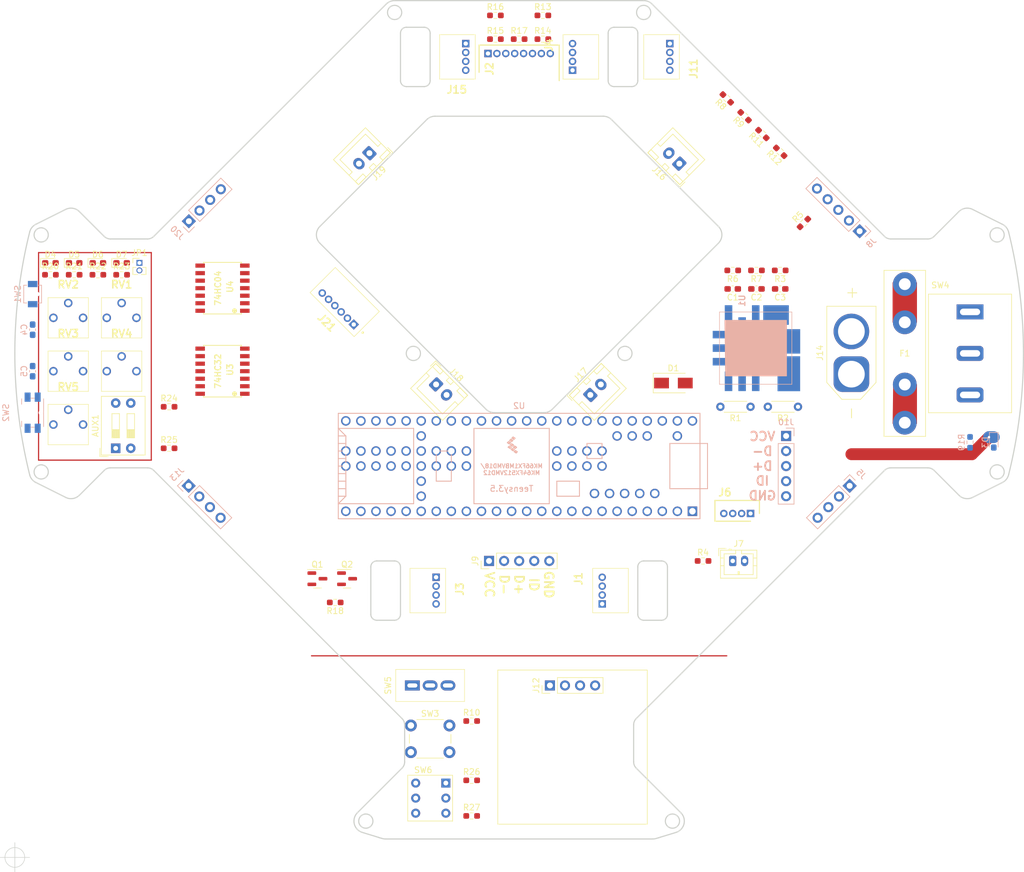
<source format=kicad_pcb>
(kicad_pcb (version 20211014) (generator pcbnew)
  (layers (0 "F.Cu" signal) (31 "B.Cu" signal) (34 "B.Paste" user) (35 "F.Paste" user) (36 "B.SilkS" user "B.Silkscreen") (37 "F.SilkS" user "F.Silkscreen") (38 "B.Mask" user) (39 "F.Mask" user) (44 "Edge.Cuts" user))
  (net 0 "")
  (net 1 "GND")
  (net 2 "/AUX1/3")
  (net 3 "/AUX1/4")
  (net 4 "Net-(C5-Pad2)")
  (net 5 "Net-(D1-Pad1)")
  (net 6 "+5V")
  (net 7 "Net-(D2-Pad2)")
  (net 8 "Net-(D6-Pad2)")
  (net 9 "Net-(D7-Pad2)")
  (net 10 "Net-(D3-Pad2)")
  (net 11 "Net-(D4-Pad1)")
  (net 12 "Net-(D4-Pad2)")
  (net 13 "+15V")
  (net 14 "Net-(F1-Pad2)")
  (net 15 "Net-(J1-Pad2)")
  (net 16 "Net-(J3-Pad1)")
  (net 17 "Net-(D5-Pad2)")
  (net 18 "Net-(J6-Pad1)")
  (net 19 "Net-(J1-Pad1)")
  (net 20 "Net-(J1-Pad4)")
  (net 21 "Net-(J2-Pad2)")
  (net 22 "Net-(J2-Pad4)")
  (net 23 "Net-(J3-Pad2)")
  (net 24 "Net-(J8-Pad1)")
  (net 25 "Net-(J8-Pad2)")
  (net 26 "Net-(J8-Pad4)")
  (net 27 "Net-(J3-Pad4)")
  (net 28 "Net-(J4-Pad1)")
  (net 29 "Net-(J4-Pad2)")
  (net 30 "Net-(J10-Pad1)")
  (net 31 "Net-(J10-Pad3)")
  (net 32 "Net-(J11-Pad1)")
  (net 33 "Net-(J4-Pad4)")
  (net 34 "Net-(J11-Pad3)")
  (net 35 "Net-(J5-Pad1)")
  (net 36 "Net-(J5-Pad3)")
  (net 37 "+3V3")
  (net 38 "Net-(J6-Pad3)")
  (net 39 "Net-(J10-Pad2)")
  (net 40 "Net-(J13-Pad1)")
  (net 41 "Net-(J13-Pad3)")
  (net 42 "Net-(J10-Pad4)")
  (net 43 "Net-(J10-Pad5)")
  (net 44 "Net-(J14-Pad2)")
  (net 45 "Net-(J15-Pad1)")
  (net 46 "Net-(J15-Pad2)")
  (net 47 "Net-(J15-Pad3)")
  (net 48 "Net-(J15-Pad5)")
  (net 49 "Net-(J15-Pad6)")
  (net 50 "Net-(J21-Pad1)")
  (net 51 "Net-(J21-Pad2)")
  (net 52 "Net-(J21-Pad3)")
  (net 53 "Net-(Q1-Pad1)")
  (net 54 "Net-(J21-Pad4)")
  (net 55 "Net-(J21-Pad5)")
  (net 56 "Net-(J21-Pad6)")
  (net 57 "PROG")
  (net 58 "/Switch/SW_GOAL")
  (net 59 "Net-(R1-Pad1)")
  (net 60 "/Switch/SW_START")
  (net 61 "Net-(R1-Pad2)")
  (net 67 "Net-(R4-Pad1)")
  (net 68 "Net-(R5-Pad1)")
  (net 69 "Net-(R13-Pad1)")
  (net 70 "Net-(R14-Pad1)")
  (net 71 "Net-(R16-Pad1)")
  (net 72 "Net-(R17-Pad1)")
  (net 73 "Net-(J15-Pad4)")
  (net 74 "Net-(R26-Pad2)")
  (net 79 "Net-(R15-Pad1)")
  (net 82 "Net-(U2-Pad16)")
  (net 83 "Net-(U2-Pad17)")
  (net 84 "Net-(U2-Pad18)")
  (net 85 "Net-(U2-Pad19)")
  (net 86 "Net-(U2-Pad20)")
  (net 87 "Net-(U2-Pad21)")
  (net 88 "Vbatt")
  (net 97 "/Switch/SW_led_R")
  (net 98 "/Switch/SW_led_G")
  (net 99 "/LED/LED4")
  (net 100 "/LED/LED3")
  (net 101 "/LED/LED2")
  (net 102 "/LED/LED1")
  (net 119 "Net-(U3-Pad11)")
  (net 120 "Net-(U3-Pad12)")
  (net 121 "Net-(J2-Pad1)")
  (net 122 "Net-(U3-Pad13)")
  (net 124 "Net-(Q1-Pad3)")
  (net 125 "Net-(R27-Pad2)")
  (footprint "Resistor_SMD:R_0603_1608Metric_Pad0.98x0.95mm_HandSolder" (layer "F.Cu") (at 64 76.735)
    (fp_text reference "R22")
    (fp_text value "120")
  )
  (footprint "0.main.robot:LED_SMLE13WBC8W1" (layer "F.Cu") (at 60 74.735)
    (fp_text reference "D5")
    (fp_text value "LED2_G")
  )
  (footprint "Package_TO_SOT_SMD:SOT-23" (layer "F.Cu") (at 101 128)
    (fp_text reference "Q1")
    (fp_text value "AO3400A")
  )
  (footprint "Resistor_THT:R_Axial_DIN0204_L3.6mm_D1.6mm_P5.08mm_Horizontal" (layer "F.Cu") (at 182 99 180)
    (fp_text reference "R2")
    (fp_text value "330")
  )
  (footprint "Diode_SMD:D_SMA" (layer "F.Cu") (at 161 95)
    (fp_text reference "D1")
    (fp_text value "SX34F")
  )
  (footprint "0.main.robot:JSTS8B-ZRLFSN" (layer "F.Cu") (at 129.75 42.6)
    (fp_text reference "J15")
    (fp_text value "LINE" hide)
  )
  (footprint "0.main.robot:OLED" (layer "F.Cu") (at 144 146)
    (fp_text reference "J12")
    (fp_text value "I2C_OLED")
  )
  (footprint "0.main.robot:LED_SMLE13WBC8W1" (layer "F.Cu") (at 56 74.735)
    (fp_text reference "D4")
    (fp_text value "LED1_R")
  )
  (footprint "Button_Switch_THT:SW_DIP_SPSTx02_Slide_9.78x7.26mm_W7.62mm_P2.54mm" (layer "F.Cu") (at 67 106 90)
    (fp_text reference "AUX1")
    (fp_text value "SW_DIP_x02")
  )
  (footprint "Resistor_SMD:R_0603_1608Metric_Pad0.98x0.95mm_HandSolder" (layer "F.Cu") (at 76 99)
    (fp_text reference "R24")
    (fp_text value "47k")
  )
  (footprint "Package_TO_SOT_SMD:SOT-23" (layer "F.Cu") (at 106 128)
    (fp_text reference "Q2")
    (fp_text value "AO3401A")
  )
  (footprint "Resistor_SMD:R_0603_1608Metric_Pad0.98x0.95mm_HandSolder" (layer "F.Cu") (at 171 76 180)
    (fp_text reference "R6")
    (fp_text value "47k")
  )
  (footprint "Resistor_SMD:R_0603_1608Metric_Pad0.98x0.95mm_HandSolder" (layer "F.Cu") (at 76 106)
    (fp_text reference "R25")
    (fp_text value "47k")
  )
  (footprint "Resistor_SMD:R_0603_1608Metric_Pad0.98x0.95mm_HandSolder" (layer "F.Cu") (at 131 37)
    (fp_text reference "R15")
    (fp_text value "10k")
  )
  (footprint "Resistor_SMD:R_0603_1608Metric_Pad0.98x0.95mm_HandSolder" (layer "F.Cu") (at 173 50 135)
    (fp_text reference "R9")
    (fp_text value "47k")
  )
  (footprint "0.main.robot:MFS101D-14-Z" (layer "F.Cu") (at 120 146 90)
    (fp_text reference "SW5")
    (fp_text value "GOAL")
  )
  (footprint "0.main.robot:Trim-GF063P" (layer "F.Cu") (at 59 84)
    (fp_text reference "RV2")
    (fp_text value "20K" hide)
  )
  (footprint "Resistor_SMD:R_0603_1608Metric_Pad0.98x0.95mm_HandSolder" (layer "F.Cu") (at 176 53 135)
    (fp_text reference "R11")
    (fp_text value "10k")
  )
  (footprint "Resistor_SMD:R_0603_1608Metric_Pad0.98x0.95mm_HandSolder" (layer "F.Cu") (at 127 162)
    (fp_text reference "R26")
    (fp_text value "470")
  )
  (footprint "Connector_JST:JST_XH_B2B-XH-A_1x02_P2.50mm_Vertical" (layer "F.Cu") (at 121 95.2322 -45)
    (fp_text reference "J18")
    (fp_text value "MD3")
  )
  (footprint "Capacitor_SMD:C_0603_1608Metric_Pad1.08x0.95mm_HandSolder" (layer "F.Cu") (at 175 79.125 180)
    (fp_text reference "C2")
    (fp_text value "10u")
  )
  (footprint "Connector_JST:JST_XH_B2B-XH-A_1x02_P2.50mm_Vertical" (layer "F.Cu") (at 147 97 45)
    (fp_text reference "J17")
    (fp_text value "MD2")
  )
  (footprint "Connector_JST:JST_XH_B2B-XH-A_1x02_P2.50mm_Vertical" (layer "F.Cu") (at 109.7678 56.2322 -135)
    (fp_text reference "J19")
    (fp_text value "MD4")
  )
  (footprint "0.main.robot:JSTB4B-ZR" (layer "F.Cu") (at 174 117)
    (fp_text reference "J6")
    (fp_text value "Serial3/Vision" hide)
  )
  (footprint "0.main.robot:SOP14W" (layer "F.Cu") (at 85 93 90)
    (fp_text reference "U3")
    (fp_text value "74HC32")
  )
  (footprint "0.main.robot:FUSE_20mm" (layer "F.Cu") (at 200 90)
    (fp_text reference "F1")
    (fp_text value "Fuse 15A")
  )
  (footprint "Connector_PinHeader_1.27mm:PinHeader_1x02_P1.27mm_Vertical" (layer "F.Cu") (at 71 74.735)
    (fp_text reference "JP1")
    (fp_text value "Jumper_2_Bridged")
  )
  (footprint "Connector_JST:JST_PH_B2B-PH-K_1x02_P2.00mm_Vertical" (layer "F.Cu") (at 171 125)
    (fp_text reference "J7")
    (fp_text value "raspi-power")
  )
  (footprint "Resistor_SMD:R_0603_1608Metric_Pad0.98x0.95mm_HandSolder" (layer "F.Cu") (at 127 152)
    (fp_text reference "R10")
    (fp_text value "47k")
  )
  (footprint "0.main.robot:SW_SPST_POWER" (layer "F.Cu") (at 211 90)
    (fp_text reference "SW4")
    (fp_text value "SW_SPST")
  )
  (footprint "0.main.robot:JSTS4B-ZRLFSN" (layer "F.Cu") (at 126 40 -90)
    (fp_text reference "J2")
    (fp_text value "MD4" hide)
  )
  (footprint "Capacitor_SMD:C_0603_1608Metric_Pad1.08x0.95mm_HandSolder" (layer "F.Cu") (at 171 79.125 180)
    (fp_text reference "C1")
    (fp_text value "10u")
  )
  (footprint "0.main.robot:Trim-GF063P" (layer "F.Cu") (at 68 93)
    (fp_text reference "RV4")
    (fp_text value "20K" hide)
  )
  (footprint "Resistor_SMD:R_0603_1608Metric_Pad0.98x0.95mm_HandSolder" (layer "F.Cu") (at 179 56 135)
    (fp_text reference "R12")
    (fp_text value "10k")
  )
  (footprint "0.main.robot:LED_SMLE13WBC8W1" (layer "F.Cu") (at 175 89.125 90)
    (fp_text reference "D2")
    (fp_text value "LED")
  )
  (footprint "Resistor_SMD:R_0603_1608Metric_Pad0.98x0.95mm_HandSolder" (layer "F.Cu") (at 127 168)
    (fp_text reference "R27")
    (fp_text value "470")
  )
  (footprint "Resistor_THT:R_Axial_DIN0204_L3.6mm_D1.6mm_P5.08mm_Horizontal" (layer "F.Cu") (at 174 99 180)
    (fp_text reference "R1")
    (fp_text value "1k")
  )
  (footprint "Button_Switch_THT:SW_PUSH_6mm" (layer "F.Cu") (at 116.75 152.75)
    (fp_text reference "SW3")
    (fp_text value "SET")
  )
  (footprint "0.main.robot:AMASS_XT60-M_1x02_P7.20mm_Vertical" (layer "F.Cu") (at 191 93.5 90)
    (fp_text reference "J14")
    (fp_text value "Power IN")
  )
  (footprint "0.main.robot:SOP14W" (layer "F.Cu") (at 85 79 90)
    (fp_text reference "U4")
    (fp_text value "74HC04")
  )
  (footprint "0.main.robot:JSTS4B-ZRLFSN" (layer "F.Cu") (at 121 130 -90)
    (fp_text reference "J3")
    (fp_text value "MD3" hide)
  )
  (footprint "0.main.robot:LED_SMLE13WBC8W1" (layer "F.Cu") (at 68 74.735)
    (fp_text reference "D7")
    (fp_text value "LED4_B")
  )
  (footprint "0.main.robot:LED_SMLE13WBC8W1" (layer "F.Cu") (at 64 74.735)
    (fp_text reference "D6")
    (fp_text value "LED3_Y")
  )
  (footprint "Resistor_SMD:R_0603_1608Metric_Pad0.98x0.95mm_HandSolder" (layer "F.Cu") (at 183 68 45)
    (fp_text reference "R5")
    (fp_text value "10k")
  )
  (footprint "Resistor_SMD:R_0603_1608Metric_Pad0.98x0.95mm_HandSolder" (layer "F.Cu") (at 56 76.735)
    (fp_text reference "R20")
    (fp_text value "120")
  )
  (footprint "0.main.robot:Trim-GF063P" (layer "F.Cu") (at 68 84)
    (fp_text reference "RV1")
    (fp_text value "20K" hide)
  )
  (footprint "0.main.robot:Trim-GF063P" (layer "F.Cu") (at 59 93)
    (fp_text reference "RV3")
    (fp_text value "20K" hide)
  )
  (footprint "Connector_PinHeader_2.54mm:PinHeader_1x05_P2.54mm_Vertical" (layer "F.Cu") (at 129.925 125 90)
    (fp_text reference "J9")
    (fp_text value "micro-b_out")
  )
  (footprint "Resistor_SMD:R_0603_1608Metric_Pad0.98x0.95mm_HandSolder" (layer "F.Cu") (at 175 76 180)
    (fp_text reference "R7")
    (fp_text value "10k")
  )
  (footprint "0.main.robot:SW_NKK_B-12CCPRM" (layer "F.Cu") (at 117.565 162.46)
    (fp_text reference "SW6")
    (fp_text value "START")
  )
  (footprint "Resistor_SMD:R_0603_1608Metric_Pad0.98x0.95mm_HandSolder" (layer "F.Cu") (at 139 33)
    (fp_text reference "R13")
    (fp_text value "10k")
  )
  (footprint "Resistor_SMD:R_0603_1608Metric_Pad0.98x0.95mm_HandSolder" (layer "F.Cu") (at 139 37)
    (fp_text reference "R14")
    (fp_text value "10k")
  )
  (footprint "Resistor_SMD:R_0603_1608Metric_Pad0.98x0.95mm_HandSolder" (layer "F.Cu") (at 131 33)
    (fp_text reference "R16")
    (fp_text value "10k")
  )
  (footprint "Resistor_SMD:R_0603_1608Metric_Pad0.98x0.95mm_HandSolder" (layer "F.Cu") (at 166 125)
    (fp_text reference "R4")
    (fp_text value "10k")
  )
  (footprint "Resistor_SMD:R_0603_1608Metric_Pad0.98x0.95mm_HandSolder" (layer "F.Cu") (at 104 132 180)
    (fp_text reference "R18")
    (fp_text value "10k")
  )
  (footprint "Connector_JST:JST_XH_B2B-XH-A_1x02_P2.50mm_Vertical" (layer "F.Cu") (at 162 58 135)
    (fp_text reference "J16")
    (fp_text value "MD1")
  )
  (footprint "0.main.robot:Trim-GF063P" (layer "F.Cu") (at 59 102)
    (fp_text reference "RV5")
    (fp_text value "20K" hide)
  )
  (footprint "Resistor_SMD:R_0603_1608Metric_Pad0.98x0.95mm_HandSolder" (layer "F.Cu") (at 170 47 135)
    (fp_text reference "R8")
    (fp_text value "47k")
  )
  (footprint "0.main.robot:JSTS4B-ZRLFSN" (layer "F.Cu") (at 160.4 40 -90)
    (fp_text reference "J11")
    (fp_text value "I2C_ToF" hide)
  )
  (footprint "Resistor_SMD:R_0603_1608Metric_Pad0.98x0.95mm_HandSolder" (layer "F.Cu") (at 135 37)
    (fp_text reference "R17")
    (fp_text value "10k")
  )
  (footprint "Capacitor_SMD:C_0603_1608Metric_Pad1.08x0.95mm_HandSolder" (layer "F.Cu") (at 179 79.125 180)
    (fp_text reference "C3")
    (fp_text value "10u")
  )
  (footprint "0.main.robot:JSTS4B-ZRLFSN" (layer "F.Cu") (at 144 40 90)
    (fp_text reference "J4")
    (fp_text value "MD1" hide)
  )
  (footprint "0.main.robot:JSTS6B-ZRLFSN" (layer "F.Cu") (at 107.1213 85.1213 135)
    (fp_text reference "J21")
    (fp_text value "Trimmer" hide)
  )
  (footprint "Resistor_SMD:R_0603_1608Metric_Pad0.98x0.95mm_HandSolder" (layer "F.Cu") (at 179 76 180)
    (fp_text reference "R3")
    (fp_text value "470")
  )
  (footprint "Resistor_SMD:R_0603_1608Metric_Pad0.98x0.95mm_HandSolder" (layer "F.Cu") (at 60 76.735)
    (fp_text reference "R21")
    (fp_text value "120")
  )
  (footprint "Resistor_SMD:R_0603_1608Metric_Pad0.98x0.95mm_HandSolder" (layer "F.Cu") (at 68 76.735)
    (fp_text reference "R23")
    (fp_text value "120")
  )
  (footprint "0.main.robot:JSTS4B-ZRLFSN" (layer "F.Cu") (at 149 130 90)
    (fp_text reference "J1")
    (fp_text value "MD2" hide)
  )
  (footprint "Connector_PinSocket_2.54mm:PinSocket_1x04_P2.54mm_Vertical" (layer "B.Cu") (at 79.2953 112.3307 -135)
    (fp_text reference "J13")
    (fp_text value "drib-kick")
  )
  (footprint "Capacitor_SMD:C_0603_1608Metric_Pad1.08x0.95mm_HandSolder" (layer "B.Cu") (at 53 86 -90)
    (fp_text reference "C4")
    (fp_text value "0.1u")
  )
  (footprint "Capacitor_SMD:C_0603_1608Metric_Pad1.08x0.95mm_HandSolder" (layer "B.Cu") (at 53 93 -90)
    (fp_text reference "C5")
    (fp_text value "0.1u")
  )
  (footprint "Connector_PinHeader_2.54mm:PinHeader_1x05_P2.54mm_Vertical" (layer "B.Cu") (at 180 103.925 180)
    (fp_text reference "J10")
    (fp_text value "micro-b_in")
  )
  (footprint "0.main.robot:THAU13-AB-R" (layer "B.Cu") (at 53 100 -90)
    (fp_text reference "SW2")
    (fp_text value "Reset")
  )
  (footprint "0.main.robot:Teensy35_36_x" (layer "B.Cu") (at 135 109 180)
    (fp_text reference "U2")
    (fp_text value "Teensy3.5")
  )
  (footprint "Resistor_SMD:R_0603_1608Metric_Pad0.98x0.95mm_HandSolder" (layer "B.Cu") (at 211 105 -90)
    (fp_text reference "R19")
    (fp_text value "3k")
  )
  (footprint "0.main.robot:TVAF06-A020B-R" (layer "B.Cu") (at 53 80 -90)
    (fp_text reference "SW1")
    (fp_text value "PROG")
  )
  (footprint "Connector_PinSocket_2.54mm:PinSocket_1x04_P2.54mm_Vertical" (layer "B.Cu") (at 190.7047 112.3307 135)
    (fp_text reference "J5")
    (fp_text value "XBee")
  )
  (footprint "Connector_PinSocket_2.54mm:PinSocket_1x05_P2.54mm_Vertical" (layer "B.Cu") (at 192.3882 69.3882 45)
    (fp_text reference "J8")
    (fp_text value "Serial2/IMU")
  )
  (footprint "0.main.robot:LED_SMLE13WBC8W1" (layer "B.Cu") (at 215 105 -90)
    (fp_text reference "D3")
    (fp_text value "LED")
  )
  (footprint "Connector_PinSocket_2.54mm:PinSocket_1x04_P2.54mm_Vertical" (layer "B.Cu") (at 79.3307 67.7047 -45)
    (fp_text reference "J20")
    (fp_text value "Drib-Kick")
  )
  (footprint "0.main.robot:OKL-T3-W12N-C" (layer "B.Cu") (at 168.773 83.018 90)
    (fp_text reference "U1")
    (fp_text value "OKL-T_3-W12N-C" hide)
  )
  (gr_line locked (start 100 141) (end 170 141) (layer "F.Cu") (width 0.2))
  (gr_line locked (start 54 73) (end 73 73) (layer "F.Cu") (width 0.2))
  (gr_line locked (start 73 73) (end 73 108) (layer "F.Cu") (width 0.2))
  (gr_line locked (start 54 108) (end 54 73) (layer "F.Cu") (width 0.2))
  (gr_line locked (start 73 108) (end 54 108) (layer "F.Cu") (width 0.2))
  (gr_arc locked (start 196.578952 109.738329) (mid 197.065587 109.41317) (end 197.639612 109.298989) (layer "Edge.Cuts") (width 0.2))
  (gr_circle locked (center 152.828428 90) (end 154.028428 90) (layer "Edge.Cuts") (width 0.2) (fill none))
  (gr_line locked (start 160.000001 134.000001) (end 160.000001 126.000001) (layer "Edge.Cuts") (width 0.2))
  (gr_circle locked (center 109.158364 168.874645) (end 110.358364 168.874645) (layer "Edge.Cuts") (width 0.2) (fill none))
  (gr_line locked (start 81.069284 117.386562) (end 73.421051 109.738329) (layer "Edge.Cuts") (width 0.2))
  (gr_line locked (start 66.117751 70.70101) (end 72.360391 70.70101) (layer "Edge.Cuts") (width 0.2))
  (gr_arc locked (start 52.500764 69.533543) (mid 52.880709 68.765062) (end 53.547495 68.226252) (layer "Edge.Cuts") (width 0.2))
  (gr_arc locked (start 115.000001 35.999999) (mid 115.292894 35.292892) (end 116.000001 34.999999) (layer "Edge.Cuts") (width 0.2))
  (gr_line locked (start 119.000001 34.999999) (end 116.000001 34.999999) (layer "Edge.Cuts") (width 0.2))
  (gr_line locked (start 157.403066 31.085786) (end 162.386563 36.069283) (layer "Edge.Cuts") (width 0.2))
  (gr_arc locked (start 119.414214 50.585786) (mid 120.063061 50.15224) (end 120.828428 49.999999) (layer "Edge.Cuts") (width 0.2))
  (gr_line locked (start 114.01115 30.499999) (end 155.988852 30.499999) (layer "Edge.Cuts") (width 0.2))
  (gr_arc locked (start 149.171574 49.999999) (mid 149.936941 50.15224) (end 150.585788 50.585786) (layer "Edge.Cuts") (width 0.2))
  (gr_line locked (start 115.000001 35.999999) (end 115.000001 43.999999) (layer "Edge.Cuts") (width 0.2))
  (gr_line locked (start 157.508443 171.889737) (end 112.491559 171.889737) (layer "Edge.Cuts") (width 0.2))
  (gr_arc locked (start 160.000001 134.000001) (mid 159.707107 134.707107) (end 159.000001 135.000001) (layer "Edge.Cuts") (width 0.2))
  (gr_line locked (start 139.171574 100) (end 130.828428 100) (layer "Edge.Cuts") (width 0.2))
  (gr_line locked (start 65.05709 109.738329) (end 60.882921 113.912499) (layer "Edge.Cuts") (width 0.2))
  (gr_circle locked (center 215.55808 70.015106) (end 216.75808 70.015106) (layer "Edge.Cuts") (width 0.2) (fill none))
  (gr_line locked (start 216.452507 111.773748) (end 211.425723 114.287139) (layer "Edge.Cuts") (width 0.2))
  (gr_line locked (start 150.585788 50.585786) (end 168.585788 68.585786) (layer "Edge.Cuts") (width 0.2))
  (gr_line locked (start 162.386563 36.069283) (end 188.930719 62.613437) (layer "Edge.Cuts") (width 0.2))
  (gr_line locked (start 115.701012 158.88225) (end 115.701012 152.63961) (layer "Edge.Cuts") (width 0.2))
  (gr_arc locked (start 203.882252 109.298989) (mid 204.456278 109.41317) (end 204.942913 109.73833) (layer "Edge.Cuts") (width 0.2))
  (gr_arc locked (start 155.000001 43.999999) (mid 154.707108 44.707106) (end 154.000001 44.999999) (layer "Edge.Cuts") (width 0.2))
  (gr_line locked (start 158.554218 171.671285) (end 158.050815 171.814791) (layer "Edge.Cuts") (width 0.2))
  (gr_line locked (start 154.298991 152.63961) (end 154.298991 158.88225) (layer "Edge.Cuts") (width 0.2))
  (gr_line locked (start 111.000001 135.000001) (end 114.000001 135.000001) (layer "Edge.Cuts") (width 0.2))
  (gr_arc locked (start 158.767064 171.596664) (mid 158.661694 171.636977) (end 158.554218 171.671285) (layer "Edge.Cuts") (width 0.2))
  (gr_circle locked (center 117.171574 90) (end 118.371574 90) (layer "Edge.Cuts") (width 0.2) (fill none))
  (gr_arc locked (start 116.000001 44.999999) (mid 115.292894 44.707106) (end 115.000001 43.999999) (layer "Edge.Cuts") (width 0.2))
  (gr_line locked (start 116.000001 44.999999) (end 119.000001 44.999999) (layer "Edge.Cuts") (width 0.2))
  (gr_line locked (start 72.360391 109.298989) (end 66.117751 109.298989) (layer "Edge.Cuts") (width 0.2))
  (gr_line locked (start 155.000001 126.000001) (end 155.000001 134.000001) (layer "Edge.Cuts") (width 0.2))
  (gr_circle locked (center 54.441922 109.984894) (end 55.641922 109.984894) (layer "Edge.Cuts") (width 0.2) (fill none))
  (gr_arc locked (start 155.988852 30.499999) (mid 156.754219 30.65224) (end 157.403066 31.085786) (layer "Edge.Cuts") (width 0.2))
  (gr_arc locked (start 140.585788 99.414214) (mid 139.936941 99.847759) (end 139.171574 100) (layer "Edge.Cuts") (width 0.2))
  (gr_line locked (start 162.386564 143.930717) (end 154.738331 151.57895) (layer "Edge.Cuts") (width 0.2))
  (gr_line locked (start 60.88292 66.087501) (end 65.05709 70.26167) (layer "Edge.Cuts") (width 0.2))
  (gr_line locked (start 107.61344 143.930717) (end 81.069284 117.386562) (layer "Edge.Cuts") (width 0.2))
  (gr_arc locked (start 112.596937 31.085786) (mid 113.245783 30.65224) (end 114.01115 30.499999) (layer "Edge.Cuts") (width 0.2))
  (gr_line locked (start 156.000001 135.000001) (end 159.000001 135.000001) (layer "Edge.Cuts") (width 0.2))
  (gr_circle locked (center 54.441922 70.015106) (end 55.641922 70.015106) (layer "Edge.Cuts") (width 0.2) (fill none))
  (gr_arc locked (start 115.701012 158.88225) (mid 115.586831 159.456276) (end 115.261672 159.942911) (layer "Edge.Cuts") (width 0.2))
  (gr_arc locked (start 211.425723 114.287139) (mid 210.210932 114.47246) (end 209.117083 113.912499) (layer "Edge.Cuts") (width 0.2))
  (gr_arc locked (start 155.000001 126.000001) (mid 155.292895 125.292895) (end 156.000001 125.000001) (layer "Edge.Cuts") (width 0.2))
  (gr_line locked (start 155.000001 43.999999) (end 155.000001 35.999999) (layer "Edge.Cuts") (width 0.2))
  (gr_arc locked (start 209.117082 66.0875) (mid 210.210932 65.527539) (end 211.425724 65.712859) (layer "Edge.Cuts") (width 0.2))
  (gr_arc locked (start 114.000001 125.000001) (mid 114.707107 125.292895) (end 115.000001 126.000001) (layer "Edge.Cuts") (width 0.2))
  (gr_arc locked (start 115.261672 151.57895) (mid 115.586831 152.065585) (end 115.701012 152.63961) (layer "Edge.Cuts") (width 0.2))
  (gr_arc locked (start 154.000001 34.999999) (mid 154.707108 35.292892) (end 155.000001 35.999999) (layer "Edge.Cuts") (width 0.2))
  (gr_arc locked (start 162.255852 167.460432) (mid 162.786948 169.339154) (end 161.464329 170.775238) (layer "Edge.Cuts") (width 0.2))
  (gr_arc locked (start 154.738331 159.942911) (mid 154.413172 159.456276) (end 154.298991 158.88225) (layer "Edge.Cuts") (width 0.2))
  (gr_arc locked (start 60.882921 113.912499) (mid 59.789072 114.472461) (end 58.57428 114.28714) (layer "Edge.Cuts") (width 0.2))
  (gr_arc locked (start 111.445784 171.671285) (mid 111.338307 171.636977) (end 111.232935 171.596663) (layer "Edge.Cuts") (width 0.2))
  (gr_line locked (start 196.578952 109.738329) (end 188.930719 117.386561) (layer "Edge.Cuts") (width 0.2))
  (gr_arc locked (start 216.452507 68.226252) (mid 217.119293 68.765062) (end 217.499238 69.533543) (layer "Edge.Cuts") (width 0.2))
  (gr_arc locked (start 156.000001 135.000001) (mid 155.292895 134.707107) (end 155.000001 134.000001) (layer "Edge.Cuts") (width 0.2))
  (gr_arc locked (start 204.942913 70.26167) (mid 204.456278 70.58683) (end 203.882252 70.701011) (layer "Edge.Cuts") (width 0.2))
  (gr_line locked (start 115.000001 134.000001) (end 115.000001 126.000001) (layer "Edge.Cuts") (width 0.2))
  (gr_arc locked (start 115.000001 134.000001) (mid 114.707107 134.707107) (end 114.000001 135.000001) (layer "Edge.Cuts") (width 0.2))
  (gr_line locked (start 159.000001 125.000001) (end 156.000001 125.000001) (layer "Edge.Cuts") (width 0.2))
  (gr_arc locked (start 130.828428 100) (mid 130.063061 99.847759) (end 129.414214 99.414214) (layer "Edge.Cuts") (width 0.2))
  (gr_line locked (start 53.547495 68.226252) (end 58.57428 65.71286) (layer "Edge.Cuts") (width 0.2))
  (gr_arc locked (start 154.298991 152.63961) (mid 154.413172 152.065585) (end 154.738331 151.57895) (layer "Edge.Cuts") (width 0.2))
  (gr_arc locked (start 197.639612 70.70101) (mid 197.065587 70.586829) (end 196.578952 70.26167) (layer "Edge.Cuts") (width 0.2))
  (gr_arc locked (start 159.000001 125.000001) (mid 159.707108 125.292894) (end 160.000001 126.000001) (layer "Edge.Cuts") (width 0.2))
  (gr_line locked (start 58.57428 114.28714) (end 53.547495 111.773748) (layer "Edge.Cuts") (width 0.2))
  (gr_circle locked (center 155.988852 32.499999) (end 157.188852 32.499999) (layer "Edge.Cuts") (width 0.2) (fill none))
  (gr_line locked (start 120.000001 43.999999) (end 120.000001 35.999999) (layer "Edge.Cuts") (width 0.2))
  (gr_line locked (start 188.930719 62.613437) (end 196.578952 70.26167) (layer "Edge.Cuts") (width 0.2))
  (gr_circle locked (center 160.841639 168.874645) (end 162.041639 168.874645) (layer "Edge.Cuts") (width 0.2) (fill none))
  (gr_line locked (start 154.000001 34.999999) (end 151.000001 34.999999) (layer "Edge.Cuts") (width 0.2))
  (gr_circle locked (center 114.01115 32.499999) (end 115.21115 32.499999) (layer "Edge.Cuts") (width 0.2) (fill none))
  (gr_line locked (start 120.828428 49.999999) (end 149.171574 49.999999) (layer "Edge.Cuts") (width 0.2))
  (gr_line locked (start 204.942913 70.26167) (end 209.117082 66.0875) (layer "Edge.Cuts") (width 0.2))
  (gr_line locked (start 203.882252 109.298989) (end 197.639612 109.298989) (layer "Edge.Cuts") (width 0.2))
  (gr_arc locked (start 111.000001 135.000001) (mid 110.292895 134.707107) (end 110.000001 134.000001) (layer "Edge.Cuts") (width 0.2))
  (gr_line locked (start 168.585788 71.414213) (end 140.585788 99.414214) (layer "Edge.Cuts") (width 0.2))
  (gr_line locked (start 150.000001 35.999999) (end 150.000001 43.999999) (layer "Edge.Cuts") (width 0.2))
  (gr_arc locked (start 168.585788 68.585786) (mid 169.171574 70) (end 168.585788 71.414213) (layer "Edge.Cuts") (width 0.2))
  (gr_line locked (start 161.464329 170.775238) (end 158.767064 171.596664) (layer "Edge.Cuts") (width 0.2))
  (gr_arc locked (start 101.414214 71.414213) (mid 100.828428 70) (end 101.414214 68.585786) (layer "Edge.Cuts") (width 0.2))
  (gr_arc locked (start 65.05709 109.738329) (mid 65.543725 109.41317) (end 66.117751 109.298989) (layer "Edge.Cuts") (width 0.2))
  (gr_line locked (start 209.117083 113.912499) (end 204.942913 109.73833) (layer "Edge.Cuts") (width 0.2))
  (gr_arc locked (start 110.000001 126.000001) (mid 110.292894 125.292894) (end 111.000001 125.000001) (layer "Edge.Cuts") (width 0.2))
  (gr_circle locked (center 215.55808 109.984894) (end 216.75808 109.984894) (layer "Edge.Cuts") (width 0.2) (fill none))
  (gr_arc locked (start 112.491559 171.889737) (mid 112.217796 171.870912) (end 111.949187 171.814791) (layer "Edge.Cuts") (width 0.2))
  (gr_line locked (start 151.000001 44.999999) (end 154.000001 44.999999) (layer "Edge.Cuts") (width 0.2))
  (gr_line locked (start 73.421051 70.26167) (end 81.069284 62.613438) (layer "Edge.Cuts") (width 0.2))
  (gr_line locked (start 211.425724 65.712859) (end 216.452507 68.226252) (layer "Edge.Cuts") (width 0.2))
  (gr_arc locked (start 158.050815 171.814791) (mid 157.782206 171.870912) (end 157.508443 171.889737) (layer "Edge.Cuts") (width 0.2))
  (gr_arc locked (start 217.499238 69.533543) (mid 220.000001 90) (end 217.499238 110.466457) (layer "Edge.Cuts") (width 0.2))
  (gr_arc locked (start 108.535674 170.775239) (mid 107.213054 169.339155) (end 107.74415 167.460432) (layer "Edge.Cuts") (width 0.2))
  (gr_arc locked (start 217.499238 110.466457) (mid 217.119293 111.234938) (end 216.452507 111.773748) (layer "Edge.Cuts") (width 0.2))
  (gr_arc locked (start 72.360391 109.298989) (mid 72.934416 109.41317) (end 73.421051 109.738329) (layer "Edge.Cuts") (width 0.2))
  (gr_arc locked (start 120.000001 43.999999) (mid 119.707108 44.707106) (end 119.000001 44.999999) (layer "Edge.Cuts") (width 0.2))
  (gr_arc locked (start 53.547495 111.773748) (mid 52.880709 111.234938) (end 52.500764 110.466457) (layer "Edge.Cuts") (width 0.2))
  (gr_line locked (start 114.000001 125.000001) (end 111.000001 125.000001) (layer "Edge.Cuts") (width 0.2))
  (gr_line locked (start 81.069284 62.613438) (end 107.613439 36.069283) (layer "Edge.Cuts") (width 0.2))
  (gr_arc locked (start 150.000001 35.999999) (mid 150.292894 35.292892) (end 151.000001 34.999999) (layer "Edge.Cuts") (width 0.2))
  (gr_arc locked (start 73.421051 70.26167) (mid 72.934416 70.586829) (end 72.360391 70.70101) (layer "Edge.Cuts") (width 0.2))
  (gr_line locked (start 111.949187 171.814791) (end 111.445784 171.671285) (layer "Edge.Cuts") (width 0.2))
  (gr_arc locked (start 66.117751 70.70101) (mid 65.543726 70.586829) (end 65.05709 70.26167) (layer "Edge.Cuts") (width 0.2))
  (gr_line locked (start 107.613439 36.069283) (end 112.596937 31.085786) (layer "Edge.Cuts") (width 0.2))
  (gr_line locked (start 107.74415 167.460432) (end 115.261672 159.942911) (layer "Edge.Cuts") (width 0.2))
  (gr_line locked (start 110.000001 126.000001) (end 110.000001 134.000001) (layer "Edge.Cuts") (width 0.2))
  (gr_line locked (start 111.232935 171.596663) (end 108.535674 170.775239) (layer "Edge.Cuts") (width 0.2))
  (gr_line locked (start 188.930719 117.386561) (end 162.386564 143.930717) (layer "Edge.Cuts") (width 0.2))
  (gr_arc locked (start 151.000001 44.999999) (mid 150.292894 44.707106) (end 150.000001 43.999999) (layer "Edge.Cuts") (width 0.2))
  (gr_arc locked (start 119.000001 34.999999) (mid 119.707108 35.292892) (end 120.000001 35.999999) (layer "Edge.Cuts") (width 0.2))
  (gr_line locked (start 197.639612 70.70101) (end 203.882252 70.701011) (layer "Edge.Cuts") (width 0.2))
  (gr_arc locked (start 58.57428 65.71286) (mid 59.789071 65.52754) (end 60.88292 66.087501) (layer "Edge.Cuts") (width 0.2))
  (gr_line locked (start 129.414214 99.414214) (end 101.414214 71.414213) (layer "Edge.Cuts") (width 0.2))
  (gr_line locked (start 115.261672 151.57895) (end 107.61344 143.930717) (layer "Edge.Cuts") (width 0.2))
  (gr_line locked (start 154.738331 159.942911) (end 162.255852 167.460432) (layer "Edge.Cuts") (width 0.2))
  (gr_line locked (start 101.414214 68.585786) (end 119.414214 50.585786) (layer "Edge.Cuts") (width 0.2))
  (gr_arc locked (start 52.500764 110.466457) (mid 50.000001 90) (end 52.500764 69.533543) (layer "Edge.Cuts") (width 0.2))
  (gr_text "VCC" (at 176 104) (layer "B.SilkS") (effects (font (size 1.5 1.5) (thickness 0.3)) (justify mirror)))
  (gr_text "ID" (at 176 111.5) (layer "B.SilkS") (effects (font (size 1.5 1.5) (thickness 0.3)) (justify mirror)))
  (gr_text "D+" (at 176 109) (layer "B.SilkS") (effects (font (size 1.5 1.5) (thickness 0.3)) (justify mirror)))
  (gr_text "GND" (at 176 114) (layer "B.SilkS") (effects (font (size 1.5 1.5) (thickness 0.3)) (justify mirror)))
  (gr_text "D-" (at 176 106.5) (layer "B.SilkS") (effects (font (size 1.5 1.5) (thickness 0.3)) (justify mirror)))
  (gr_text "D-" (at 132.5 129 -90) (layer "F.SilkS") (effects (font (size 1.5 1.5) (thickness 0.3))))
  (gr_text "GND" (at 140 129 -90) (layer "F.SilkS") (effects (font (size 1.5 1.5) (thickness 0.3))))
  (gr_text "ID" (at 137.5 129 -90) (layer "F.SilkS") (effects (font (size 1.5 1.5) (thickness 0.3))))
  (gr_text "D+" (at 135 129 -90) (layer "F.SilkS") (effects (font (size 1.5 1.5) (thickness 0.3))))
  (gr_text "VCC" (at 130 129 -90) (layer "F.SilkS") (effects (font (size 1.5 1.5) (thickness 0.3))))
  (target plus (at 50 175) (size 5) (width 0.1) (layer "Edge.Cuts"))
  (segment (start 211.317747 107) (end 191 107) (width 2) (layer "F.Cu") (net 1))
  (segment (start 214.192747 104.125) (end 211.317747 107) (width 2) (layer "F.Cu") (net 1))
  (via (at 214.192747 104.125) (size 0.8) (drill 0.4) (layers "F.Cu" "B.Cu") (net 1))
  (segment (start 215 104.125) (end 214.192747 104.125) (width 2) (layer "B.Cu") (net 1))
)
</source>
